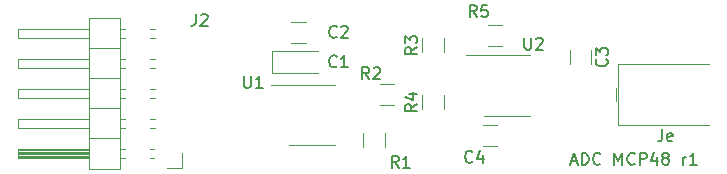
<source format=gto>
%TF.GenerationSoftware,KiCad,Pcbnew,(5.1.6-0-10_14)*%
%TF.CreationDate,2020-09-11T15:14:46+09:00*%
%TF.ProjectId,teabiscuits_dac_mcp48,74656162-6973-4637-9569-74735f646163,rev?*%
%TF.SameCoordinates,Original*%
%TF.FileFunction,Legend,Top*%
%TF.FilePolarity,Positive*%
%FSLAX46Y46*%
G04 Gerber Fmt 4.6, Leading zero omitted, Abs format (unit mm)*
G04 Created by KiCad (PCBNEW (5.1.6-0-10_14)) date 2020-09-11 15:14:46*
%MOMM*%
%LPD*%
G01*
G04 APERTURE LIST*
%ADD10C,0.150000*%
%ADD11C,0.120000*%
G04 APERTURE END LIST*
D10*
X167940476Y-117416666D02*
X168416666Y-117416666D01*
X167845238Y-117702380D02*
X168178571Y-116702380D01*
X168511904Y-117702380D01*
X168845238Y-117702380D02*
X168845238Y-116702380D01*
X169083333Y-116702380D01*
X169226190Y-116750000D01*
X169321428Y-116845238D01*
X169369047Y-116940476D01*
X169416666Y-117130952D01*
X169416666Y-117273809D01*
X169369047Y-117464285D01*
X169321428Y-117559523D01*
X169226190Y-117654761D01*
X169083333Y-117702380D01*
X168845238Y-117702380D01*
X170416666Y-117607142D02*
X170369047Y-117654761D01*
X170226190Y-117702380D01*
X170130952Y-117702380D01*
X169988095Y-117654761D01*
X169892857Y-117559523D01*
X169845238Y-117464285D01*
X169797619Y-117273809D01*
X169797619Y-117130952D01*
X169845238Y-116940476D01*
X169892857Y-116845238D01*
X169988095Y-116750000D01*
X170130952Y-116702380D01*
X170226190Y-116702380D01*
X170369047Y-116750000D01*
X170416666Y-116797619D01*
X171607142Y-117702380D02*
X171607142Y-116702380D01*
X171940476Y-117416666D01*
X172273809Y-116702380D01*
X172273809Y-117702380D01*
X173321428Y-117607142D02*
X173273809Y-117654761D01*
X173130952Y-117702380D01*
X173035714Y-117702380D01*
X172892857Y-117654761D01*
X172797619Y-117559523D01*
X172750000Y-117464285D01*
X172702380Y-117273809D01*
X172702380Y-117130952D01*
X172750000Y-116940476D01*
X172797619Y-116845238D01*
X172892857Y-116750000D01*
X173035714Y-116702380D01*
X173130952Y-116702380D01*
X173273809Y-116750000D01*
X173321428Y-116797619D01*
X173750000Y-117702380D02*
X173750000Y-116702380D01*
X174130952Y-116702380D01*
X174226190Y-116750000D01*
X174273809Y-116797619D01*
X174321428Y-116892857D01*
X174321428Y-117035714D01*
X174273809Y-117130952D01*
X174226190Y-117178571D01*
X174130952Y-117226190D01*
X173750000Y-117226190D01*
X175178571Y-117035714D02*
X175178571Y-117702380D01*
X174940476Y-116654761D02*
X174702380Y-117369047D01*
X175321428Y-117369047D01*
X175845238Y-117130952D02*
X175750000Y-117083333D01*
X175702380Y-117035714D01*
X175654761Y-116940476D01*
X175654761Y-116892857D01*
X175702380Y-116797619D01*
X175750000Y-116750000D01*
X175845238Y-116702380D01*
X176035714Y-116702380D01*
X176130952Y-116750000D01*
X176178571Y-116797619D01*
X176226190Y-116892857D01*
X176226190Y-116940476D01*
X176178571Y-117035714D01*
X176130952Y-117083333D01*
X176035714Y-117130952D01*
X175845238Y-117130952D01*
X175750000Y-117178571D01*
X175702380Y-117226190D01*
X175654761Y-117321428D01*
X175654761Y-117511904D01*
X175702380Y-117607142D01*
X175750000Y-117654761D01*
X175845238Y-117702380D01*
X176035714Y-117702380D01*
X176130952Y-117654761D01*
X176178571Y-117607142D01*
X176226190Y-117511904D01*
X176226190Y-117321428D01*
X176178571Y-117226190D01*
X176130952Y-117178571D01*
X176035714Y-117130952D01*
X177416666Y-117702380D02*
X177416666Y-117035714D01*
X177416666Y-117226190D02*
X177464285Y-117130952D01*
X177511904Y-117083333D01*
X177607142Y-117035714D01*
X177702380Y-117035714D01*
X178559523Y-117702380D02*
X177988095Y-117702380D01*
X178273809Y-117702380D02*
X178273809Y-116702380D01*
X178178571Y-116845238D01*
X178083333Y-116940476D01*
X177988095Y-116988095D01*
D11*
%TO.C,U2*%
X162500000Y-113560000D02*
X164450000Y-113560000D01*
X162500000Y-113560000D02*
X160550000Y-113560000D01*
X162500000Y-108440000D02*
X164450000Y-108440000D01*
X162500000Y-108440000D02*
X159050000Y-108440000D01*
%TO.C,U1*%
X146000000Y-116060000D02*
X147950000Y-116060000D01*
X146000000Y-116060000D02*
X144050000Y-116060000D01*
X146000000Y-110940000D02*
X147950000Y-110940000D01*
X146000000Y-110940000D02*
X142550000Y-110940000D01*
%TO.C,R5*%
X162102064Y-107660000D02*
X160897936Y-107660000D01*
X162102064Y-105840000D02*
X160897936Y-105840000D01*
%TO.C,R4*%
X155340000Y-113002064D02*
X155340000Y-111797936D01*
X157160000Y-113002064D02*
X157160000Y-111797936D01*
%TO.C,R3*%
X155340000Y-108202064D02*
X155340000Y-106997936D01*
X157160000Y-108202064D02*
X157160000Y-106997936D01*
%TO.C,R2*%
X152952064Y-112660000D02*
X151747936Y-112660000D01*
X152952064Y-110840000D02*
X151747936Y-110840000D01*
%TO.C,R1*%
X150340000Y-116202064D02*
X150340000Y-114997936D01*
X152160000Y-116202064D02*
X152160000Y-114997936D01*
%TO.C,J2*%
X129770000Y-118080000D02*
X129770000Y-105260000D01*
X129770000Y-105260000D02*
X127110000Y-105260000D01*
X127110000Y-105260000D02*
X127110000Y-118080000D01*
X127110000Y-118080000D02*
X129770000Y-118080000D01*
X127110000Y-117130000D02*
X121110000Y-117130000D01*
X121110000Y-117130000D02*
X121110000Y-116370000D01*
X121110000Y-116370000D02*
X127110000Y-116370000D01*
X127110000Y-117070000D02*
X121110000Y-117070000D01*
X127110000Y-116950000D02*
X121110000Y-116950000D01*
X127110000Y-116830000D02*
X121110000Y-116830000D01*
X127110000Y-116710000D02*
X121110000Y-116710000D01*
X127110000Y-116590000D02*
X121110000Y-116590000D01*
X127110000Y-116470000D02*
X121110000Y-116470000D01*
X130167071Y-117130000D02*
X129770000Y-117130000D01*
X130167071Y-116370000D02*
X129770000Y-116370000D01*
X132640000Y-117130000D02*
X132252929Y-117130000D01*
X132640000Y-116370000D02*
X132252929Y-116370000D01*
X129770000Y-115480000D02*
X127110000Y-115480000D01*
X127110000Y-114590000D02*
X121110000Y-114590000D01*
X121110000Y-114590000D02*
X121110000Y-113830000D01*
X121110000Y-113830000D02*
X127110000Y-113830000D01*
X130167071Y-114590000D02*
X129770000Y-114590000D01*
X130167071Y-113830000D02*
X129770000Y-113830000D01*
X132707071Y-114590000D02*
X132252929Y-114590000D01*
X132707071Y-113830000D02*
X132252929Y-113830000D01*
X129770000Y-112940000D02*
X127110000Y-112940000D01*
X127110000Y-112050000D02*
X121110000Y-112050000D01*
X121110000Y-112050000D02*
X121110000Y-111290000D01*
X121110000Y-111290000D02*
X127110000Y-111290000D01*
X130167071Y-112050000D02*
X129770000Y-112050000D01*
X130167071Y-111290000D02*
X129770000Y-111290000D01*
X132707071Y-112050000D02*
X132252929Y-112050000D01*
X132707071Y-111290000D02*
X132252929Y-111290000D01*
X129770000Y-110400000D02*
X127110000Y-110400000D01*
X127110000Y-109510000D02*
X121110000Y-109510000D01*
X121110000Y-109510000D02*
X121110000Y-108750000D01*
X121110000Y-108750000D02*
X127110000Y-108750000D01*
X130167071Y-109510000D02*
X129770000Y-109510000D01*
X130167071Y-108750000D02*
X129770000Y-108750000D01*
X132707071Y-109510000D02*
X132252929Y-109510000D01*
X132707071Y-108750000D02*
X132252929Y-108750000D01*
X129770000Y-107860000D02*
X127110000Y-107860000D01*
X127110000Y-106970000D02*
X121110000Y-106970000D01*
X121110000Y-106970000D02*
X121110000Y-106210000D01*
X121110000Y-106210000D02*
X127110000Y-106210000D01*
X130167071Y-106970000D02*
X129770000Y-106970000D01*
X130167071Y-106210000D02*
X129770000Y-106210000D01*
X132707071Y-106970000D02*
X132252929Y-106970000D01*
X132707071Y-106210000D02*
X132252929Y-106210000D01*
X135020000Y-116750000D02*
X135020000Y-118020000D01*
X135020000Y-118020000D02*
X133750000Y-118020000D01*
%TO.C,Je*%
X179640000Y-114310000D02*
X171940000Y-114310000D01*
X171940000Y-109190000D02*
X171940000Y-114310000D01*
X179640000Y-109190000D02*
X171940000Y-109190000D01*
X171740000Y-112300000D02*
X171740000Y-111200000D01*
%TO.C,C4*%
X161702064Y-116160000D02*
X160497936Y-116160000D01*
X161702064Y-114340000D02*
X160497936Y-114340000D01*
%TO.C,C3*%
X169660000Y-107997936D02*
X169660000Y-109202064D01*
X167840000Y-107997936D02*
X167840000Y-109202064D01*
%TO.C,C2*%
X145452064Y-107410000D02*
X144247936Y-107410000D01*
X145452064Y-105590000D02*
X144247936Y-105590000D01*
%TO.C,C1*%
X146500000Y-108065000D02*
X142590000Y-108065000D01*
X142590000Y-108065000D02*
X142590000Y-109935000D01*
X142590000Y-109935000D02*
X146500000Y-109935000D01*
%TO.C,U2*%
D10*
X163988095Y-106952380D02*
X163988095Y-107761904D01*
X164035714Y-107857142D01*
X164083333Y-107904761D01*
X164178571Y-107952380D01*
X164369047Y-107952380D01*
X164464285Y-107904761D01*
X164511904Y-107857142D01*
X164559523Y-107761904D01*
X164559523Y-106952380D01*
X164988095Y-107047619D02*
X165035714Y-107000000D01*
X165130952Y-106952380D01*
X165369047Y-106952380D01*
X165464285Y-107000000D01*
X165511904Y-107047619D01*
X165559523Y-107142857D01*
X165559523Y-107238095D01*
X165511904Y-107380952D01*
X164940476Y-107952380D01*
X165559523Y-107952380D01*
%TO.C,U1*%
X140238095Y-110202380D02*
X140238095Y-111011904D01*
X140285714Y-111107142D01*
X140333333Y-111154761D01*
X140428571Y-111202380D01*
X140619047Y-111202380D01*
X140714285Y-111154761D01*
X140761904Y-111107142D01*
X140809523Y-111011904D01*
X140809523Y-110202380D01*
X141809523Y-111202380D02*
X141238095Y-111202380D01*
X141523809Y-111202380D02*
X141523809Y-110202380D01*
X141428571Y-110345238D01*
X141333333Y-110440476D01*
X141238095Y-110488095D01*
%TO.C,R5*%
X159933333Y-105202380D02*
X159600000Y-104726190D01*
X159361904Y-105202380D02*
X159361904Y-104202380D01*
X159742857Y-104202380D01*
X159838095Y-104250000D01*
X159885714Y-104297619D01*
X159933333Y-104392857D01*
X159933333Y-104535714D01*
X159885714Y-104630952D01*
X159838095Y-104678571D01*
X159742857Y-104726190D01*
X159361904Y-104726190D01*
X160838095Y-104202380D02*
X160361904Y-104202380D01*
X160314285Y-104678571D01*
X160361904Y-104630952D01*
X160457142Y-104583333D01*
X160695238Y-104583333D01*
X160790476Y-104630952D01*
X160838095Y-104678571D01*
X160885714Y-104773809D01*
X160885714Y-105011904D01*
X160838095Y-105107142D01*
X160790476Y-105154761D01*
X160695238Y-105202380D01*
X160457142Y-105202380D01*
X160361904Y-105154761D01*
X160314285Y-105107142D01*
%TO.C,R4*%
X154882380Y-112566666D02*
X154406190Y-112900000D01*
X154882380Y-113138095D02*
X153882380Y-113138095D01*
X153882380Y-112757142D01*
X153930000Y-112661904D01*
X153977619Y-112614285D01*
X154072857Y-112566666D01*
X154215714Y-112566666D01*
X154310952Y-112614285D01*
X154358571Y-112661904D01*
X154406190Y-112757142D01*
X154406190Y-113138095D01*
X154215714Y-111709523D02*
X154882380Y-111709523D01*
X153834761Y-111947619D02*
X154549047Y-112185714D01*
X154549047Y-111566666D01*
%TO.C,R3*%
X154882380Y-107766666D02*
X154406190Y-108100000D01*
X154882380Y-108338095D02*
X153882380Y-108338095D01*
X153882380Y-107957142D01*
X153930000Y-107861904D01*
X153977619Y-107814285D01*
X154072857Y-107766666D01*
X154215714Y-107766666D01*
X154310952Y-107814285D01*
X154358571Y-107861904D01*
X154406190Y-107957142D01*
X154406190Y-108338095D01*
X153882380Y-107433333D02*
X153882380Y-106814285D01*
X154263333Y-107147619D01*
X154263333Y-107004761D01*
X154310952Y-106909523D01*
X154358571Y-106861904D01*
X154453809Y-106814285D01*
X154691904Y-106814285D01*
X154787142Y-106861904D01*
X154834761Y-106909523D01*
X154882380Y-107004761D01*
X154882380Y-107290476D01*
X154834761Y-107385714D01*
X154787142Y-107433333D01*
%TO.C,R2*%
X150833333Y-110452380D02*
X150500000Y-109976190D01*
X150261904Y-110452380D02*
X150261904Y-109452380D01*
X150642857Y-109452380D01*
X150738095Y-109500000D01*
X150785714Y-109547619D01*
X150833333Y-109642857D01*
X150833333Y-109785714D01*
X150785714Y-109880952D01*
X150738095Y-109928571D01*
X150642857Y-109976190D01*
X150261904Y-109976190D01*
X151214285Y-109547619D02*
X151261904Y-109500000D01*
X151357142Y-109452380D01*
X151595238Y-109452380D01*
X151690476Y-109500000D01*
X151738095Y-109547619D01*
X151785714Y-109642857D01*
X151785714Y-109738095D01*
X151738095Y-109880952D01*
X151166666Y-110452380D01*
X151785714Y-110452380D01*
%TO.C,R1*%
X153333333Y-117952380D02*
X153000000Y-117476190D01*
X152761904Y-117952380D02*
X152761904Y-116952380D01*
X153142857Y-116952380D01*
X153238095Y-117000000D01*
X153285714Y-117047619D01*
X153333333Y-117142857D01*
X153333333Y-117285714D01*
X153285714Y-117380952D01*
X153238095Y-117428571D01*
X153142857Y-117476190D01*
X152761904Y-117476190D01*
X154285714Y-117952380D02*
X153714285Y-117952380D01*
X154000000Y-117952380D02*
X154000000Y-116952380D01*
X153904761Y-117095238D01*
X153809523Y-117190476D01*
X153714285Y-117238095D01*
%TO.C,J2*%
X136166666Y-104952380D02*
X136166666Y-105666666D01*
X136119047Y-105809523D01*
X136023809Y-105904761D01*
X135880952Y-105952380D01*
X135785714Y-105952380D01*
X136595238Y-105047619D02*
X136642857Y-105000000D01*
X136738095Y-104952380D01*
X136976190Y-104952380D01*
X137071428Y-105000000D01*
X137119047Y-105047619D01*
X137166666Y-105142857D01*
X137166666Y-105238095D01*
X137119047Y-105380952D01*
X136547619Y-105952380D01*
X137166666Y-105952380D01*
%TO.C,Je*%
X175664285Y-114702380D02*
X175664285Y-115416666D01*
X175616666Y-115559523D01*
X175521428Y-115654761D01*
X175378571Y-115702380D01*
X175283333Y-115702380D01*
X176521428Y-115654761D02*
X176426190Y-115702380D01*
X176235714Y-115702380D01*
X176140476Y-115654761D01*
X176092857Y-115559523D01*
X176092857Y-115178571D01*
X176140476Y-115083333D01*
X176235714Y-115035714D01*
X176426190Y-115035714D01*
X176521428Y-115083333D01*
X176569047Y-115178571D01*
X176569047Y-115273809D01*
X176092857Y-115369047D01*
%TO.C,C4*%
X159583333Y-117427142D02*
X159535714Y-117474761D01*
X159392857Y-117522380D01*
X159297619Y-117522380D01*
X159154761Y-117474761D01*
X159059523Y-117379523D01*
X159011904Y-117284285D01*
X158964285Y-117093809D01*
X158964285Y-116950952D01*
X159011904Y-116760476D01*
X159059523Y-116665238D01*
X159154761Y-116570000D01*
X159297619Y-116522380D01*
X159392857Y-116522380D01*
X159535714Y-116570000D01*
X159583333Y-116617619D01*
X160440476Y-116855714D02*
X160440476Y-117522380D01*
X160202380Y-116474761D02*
X159964285Y-117189047D01*
X160583333Y-117189047D01*
%TO.C,C3*%
X170927142Y-108766666D02*
X170974761Y-108814285D01*
X171022380Y-108957142D01*
X171022380Y-109052380D01*
X170974761Y-109195238D01*
X170879523Y-109290476D01*
X170784285Y-109338095D01*
X170593809Y-109385714D01*
X170450952Y-109385714D01*
X170260476Y-109338095D01*
X170165238Y-109290476D01*
X170070000Y-109195238D01*
X170022380Y-109052380D01*
X170022380Y-108957142D01*
X170070000Y-108814285D01*
X170117619Y-108766666D01*
X170022380Y-108433333D02*
X170022380Y-107814285D01*
X170403333Y-108147619D01*
X170403333Y-108004761D01*
X170450952Y-107909523D01*
X170498571Y-107861904D01*
X170593809Y-107814285D01*
X170831904Y-107814285D01*
X170927142Y-107861904D01*
X170974761Y-107909523D01*
X171022380Y-108004761D01*
X171022380Y-108290476D01*
X170974761Y-108385714D01*
X170927142Y-108433333D01*
%TO.C,C2*%
X148083333Y-106857142D02*
X148035714Y-106904761D01*
X147892857Y-106952380D01*
X147797619Y-106952380D01*
X147654761Y-106904761D01*
X147559523Y-106809523D01*
X147511904Y-106714285D01*
X147464285Y-106523809D01*
X147464285Y-106380952D01*
X147511904Y-106190476D01*
X147559523Y-106095238D01*
X147654761Y-106000000D01*
X147797619Y-105952380D01*
X147892857Y-105952380D01*
X148035714Y-106000000D01*
X148083333Y-106047619D01*
X148464285Y-106047619D02*
X148511904Y-106000000D01*
X148607142Y-105952380D01*
X148845238Y-105952380D01*
X148940476Y-106000000D01*
X148988095Y-106047619D01*
X149035714Y-106142857D01*
X149035714Y-106238095D01*
X148988095Y-106380952D01*
X148416666Y-106952380D01*
X149035714Y-106952380D01*
%TO.C,C1*%
X148083333Y-109357142D02*
X148035714Y-109404761D01*
X147892857Y-109452380D01*
X147797619Y-109452380D01*
X147654761Y-109404761D01*
X147559523Y-109309523D01*
X147511904Y-109214285D01*
X147464285Y-109023809D01*
X147464285Y-108880952D01*
X147511904Y-108690476D01*
X147559523Y-108595238D01*
X147654761Y-108500000D01*
X147797619Y-108452380D01*
X147892857Y-108452380D01*
X148035714Y-108500000D01*
X148083333Y-108547619D01*
X149035714Y-109452380D02*
X148464285Y-109452380D01*
X148750000Y-109452380D02*
X148750000Y-108452380D01*
X148654761Y-108595238D01*
X148559523Y-108690476D01*
X148464285Y-108738095D01*
%TD*%
M02*

</source>
